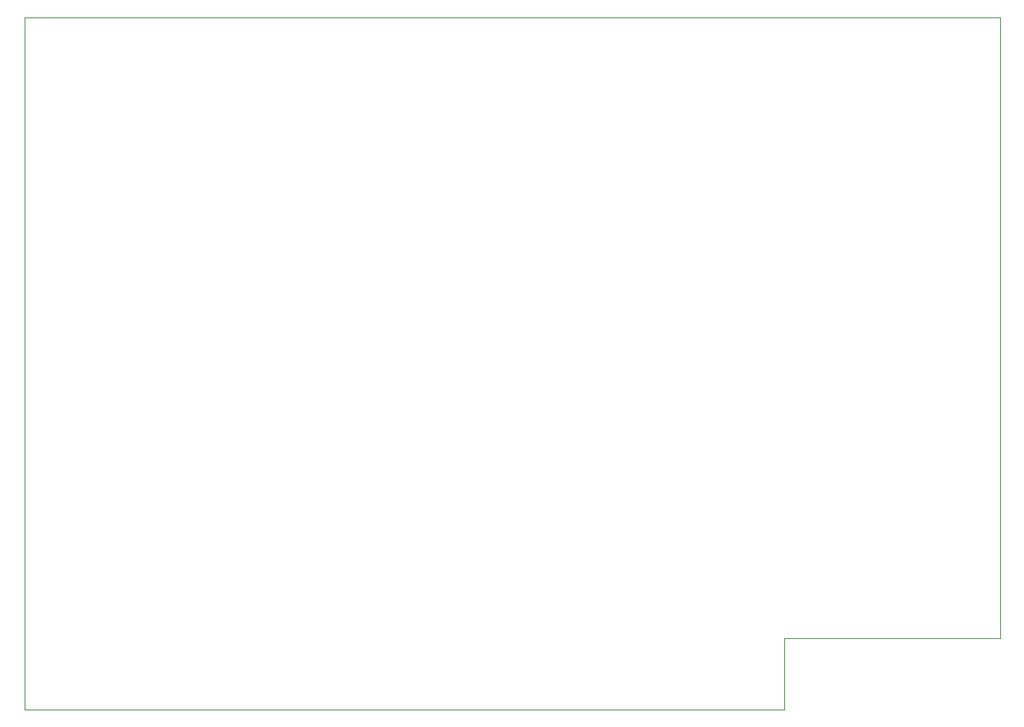
<source format=gbr>
G04 #@! TF.GenerationSoftware,KiCad,Pcbnew,(5.1.8)-1*
G04 #@! TF.CreationDate,2022-10-19T08:29:44-06:00*
G04 #@! TF.ProjectId,64k 640k,36346b20-3634-4306-9b2e-6b696361645f,rev?*
G04 #@! TF.SameCoordinates,Original*
G04 #@! TF.FileFunction,Profile,NP*
%FSLAX46Y46*%
G04 Gerber Fmt 4.6, Leading zero omitted, Abs format (unit mm)*
G04 Created by KiCad (PCBNEW (5.1.8)-1) date 2022-10-19 08:29:44*
%MOMM*%
%LPD*%
G01*
G04 APERTURE LIST*
G04 #@! TA.AperFunction,Profile*
%ADD10C,0.050000*%
G04 #@! TD*
G04 APERTURE END LIST*
D10*
X82923380Y-59664600D02*
X186936380Y-59664600D01*
X82923380Y-125958600D02*
X82923380Y-59664600D01*
X82923380Y-133578600D02*
X82923380Y-125958600D01*
X163949380Y-133578600D02*
X82923380Y-133578600D01*
X163949380Y-125958600D02*
X163949380Y-133578600D01*
X186936380Y-125958600D02*
X186936380Y-59664600D01*
X163949380Y-125958600D02*
X186936380Y-125958600D01*
M02*

</source>
